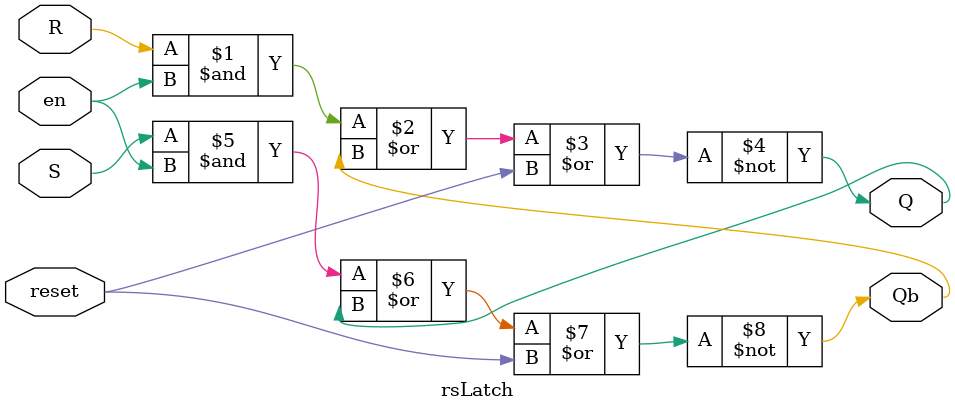
<source format=v>
module rsLatch(
    input en,
    input reset,
    input S, R,
    output Q, Qb
);

    assign Q = ~ ( R&en | Qb | reset);
    assign Qb = ~ ( (S&en) | Q | reset);

endmodule
    

</source>
